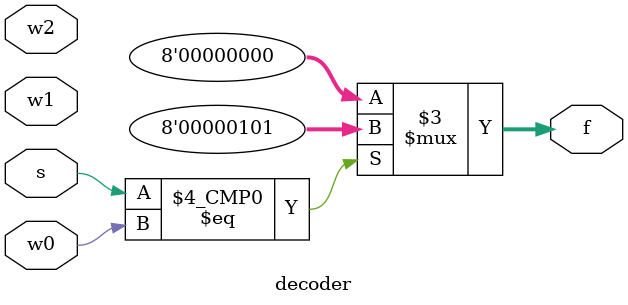
<source format=v>
`timescale 1ns / 1ps


module decoder(
    input w0, w1, w2,
    input  s,
    output reg [7: 0] f
    );
    always @(w0, w1, w2)
    begin
        case(s)
            w0: f = 8'b00101; //5
            //w1: f = 8'b01111; //10
           // w2: f = 8'b10100; //20
            default: f = 8'b00000;
        endcase
    end
endmodule

</source>
